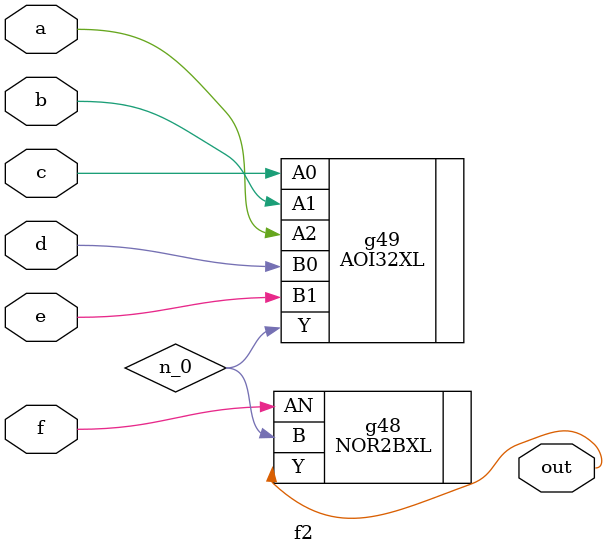
<source format=v>


// Verification Directory fv/f2 

module f2(a, b, c, d, e, f, out);
  input a, b, c, d, e, f;
  output out;
  wire a, b, c, d, e, f;
  wire out;
  wire n_0;
  NOR2BXL g48(.AN (f), .B (n_0), .Y (out));
  AOI32XL g49(.A0 (c), .A1 (b), .A2 (a), .B0 (d), .B1 (e), .Y (n_0));
endmodule


</source>
